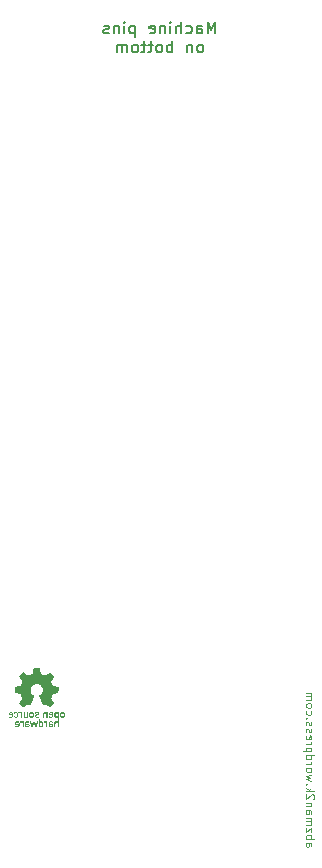
<source format=gbo>
G04 #@! TF.GenerationSoftware,KiCad,Pcbnew,(6.0.0)*
G04 #@! TF.CreationDate,2023-01-29T20:39:39-05:00*
G04 #@! TF.ProjectId,tms7000 64 pin adapter,746d7337-3030-4302-9036-342070696e20,rev?*
G04 #@! TF.SameCoordinates,Original*
G04 #@! TF.FileFunction,Legend,Bot*
G04 #@! TF.FilePolarity,Positive*
%FSLAX46Y46*%
G04 Gerber Fmt 4.6, Leading zero omitted, Abs format (unit mm)*
G04 Created by KiCad (PCBNEW (6.0.0)) date 2023-01-29 20:39:39*
%MOMM*%
%LPD*%
G01*
G04 APERTURE LIST*
%ADD10C,0.100000*%
%ADD11C,0.150000*%
%ADD12R,1.600000X1.600000*%
%ADD13O,1.600000X1.600000*%
G04 APERTURE END LIST*
D10*
X141161333Y-117198000D02*
X141528000Y-117198000D01*
X141594666Y-117231333D01*
X141628000Y-117298000D01*
X141628000Y-117431333D01*
X141594666Y-117498000D01*
X141194666Y-117198000D02*
X141161333Y-117264666D01*
X141161333Y-117431333D01*
X141194666Y-117498000D01*
X141261333Y-117531333D01*
X141328000Y-117531333D01*
X141394666Y-117498000D01*
X141428000Y-117431333D01*
X141428000Y-117264666D01*
X141461333Y-117198000D01*
X141161333Y-116864666D02*
X141861333Y-116864666D01*
X141594666Y-116864666D02*
X141628000Y-116798000D01*
X141628000Y-116664666D01*
X141594666Y-116598000D01*
X141561333Y-116564666D01*
X141494666Y-116531333D01*
X141294666Y-116531333D01*
X141228000Y-116564666D01*
X141194666Y-116598000D01*
X141161333Y-116664666D01*
X141161333Y-116798000D01*
X141194666Y-116864666D01*
X141628000Y-116298000D02*
X141628000Y-115931333D01*
X141161333Y-116298000D01*
X141161333Y-115931333D01*
X141161333Y-115664666D02*
X141628000Y-115664666D01*
X141561333Y-115664666D02*
X141594666Y-115631333D01*
X141628000Y-115564666D01*
X141628000Y-115464666D01*
X141594666Y-115398000D01*
X141528000Y-115364666D01*
X141161333Y-115364666D01*
X141528000Y-115364666D02*
X141594666Y-115331333D01*
X141628000Y-115264666D01*
X141628000Y-115164666D01*
X141594666Y-115098000D01*
X141528000Y-115064666D01*
X141161333Y-115064666D01*
X141161333Y-114431333D02*
X141528000Y-114431333D01*
X141594666Y-114464666D01*
X141628000Y-114531333D01*
X141628000Y-114664666D01*
X141594666Y-114731333D01*
X141194666Y-114431333D02*
X141161333Y-114498000D01*
X141161333Y-114664666D01*
X141194666Y-114731333D01*
X141261333Y-114764666D01*
X141328000Y-114764666D01*
X141394666Y-114731333D01*
X141428000Y-114664666D01*
X141428000Y-114498000D01*
X141461333Y-114431333D01*
X141628000Y-114098000D02*
X141161333Y-114098000D01*
X141561333Y-114098000D02*
X141594666Y-114064666D01*
X141628000Y-113998000D01*
X141628000Y-113898000D01*
X141594666Y-113831333D01*
X141528000Y-113798000D01*
X141161333Y-113798000D01*
X141794666Y-113498000D02*
X141828000Y-113464666D01*
X141861333Y-113398000D01*
X141861333Y-113231333D01*
X141828000Y-113164666D01*
X141794666Y-113131333D01*
X141728000Y-113098000D01*
X141661333Y-113098000D01*
X141561333Y-113131333D01*
X141161333Y-113531333D01*
X141161333Y-113098000D01*
X141161333Y-112798000D02*
X141861333Y-112798000D01*
X141428000Y-112731333D02*
X141161333Y-112531333D01*
X141628000Y-112531333D02*
X141361333Y-112798000D01*
X141228000Y-112231333D02*
X141194666Y-112198000D01*
X141161333Y-112231333D01*
X141194666Y-112264666D01*
X141228000Y-112231333D01*
X141161333Y-112231333D01*
X141628000Y-111964666D02*
X141161333Y-111831333D01*
X141494666Y-111698000D01*
X141161333Y-111564666D01*
X141628000Y-111431333D01*
X141161333Y-111064666D02*
X141194666Y-111131333D01*
X141228000Y-111164666D01*
X141294666Y-111198000D01*
X141494666Y-111198000D01*
X141561333Y-111164666D01*
X141594666Y-111131333D01*
X141628000Y-111064666D01*
X141628000Y-110964666D01*
X141594666Y-110898000D01*
X141561333Y-110864666D01*
X141494666Y-110831333D01*
X141294666Y-110831333D01*
X141228000Y-110864666D01*
X141194666Y-110898000D01*
X141161333Y-110964666D01*
X141161333Y-111064666D01*
X141161333Y-110531333D02*
X141628000Y-110531333D01*
X141494666Y-110531333D02*
X141561333Y-110498000D01*
X141594666Y-110464666D01*
X141628000Y-110398000D01*
X141628000Y-110331333D01*
X141161333Y-109798000D02*
X141861333Y-109798000D01*
X141194666Y-109798000D02*
X141161333Y-109864666D01*
X141161333Y-109998000D01*
X141194666Y-110064666D01*
X141228000Y-110098000D01*
X141294666Y-110131333D01*
X141494666Y-110131333D01*
X141561333Y-110098000D01*
X141594666Y-110064666D01*
X141628000Y-109998000D01*
X141628000Y-109864666D01*
X141594666Y-109798000D01*
X141628000Y-109464666D02*
X140928000Y-109464666D01*
X141594666Y-109464666D02*
X141628000Y-109398000D01*
X141628000Y-109264666D01*
X141594666Y-109198000D01*
X141561333Y-109164666D01*
X141494666Y-109131333D01*
X141294666Y-109131333D01*
X141228000Y-109164666D01*
X141194666Y-109198000D01*
X141161333Y-109264666D01*
X141161333Y-109398000D01*
X141194666Y-109464666D01*
X141161333Y-108831333D02*
X141628000Y-108831333D01*
X141494666Y-108831333D02*
X141561333Y-108798000D01*
X141594666Y-108764666D01*
X141628000Y-108698000D01*
X141628000Y-108631333D01*
X141194666Y-108131333D02*
X141161333Y-108198000D01*
X141161333Y-108331333D01*
X141194666Y-108398000D01*
X141261333Y-108431333D01*
X141528000Y-108431333D01*
X141594666Y-108398000D01*
X141628000Y-108331333D01*
X141628000Y-108198000D01*
X141594666Y-108131333D01*
X141528000Y-108098000D01*
X141461333Y-108098000D01*
X141394666Y-108431333D01*
X141194666Y-107831333D02*
X141161333Y-107764666D01*
X141161333Y-107631333D01*
X141194666Y-107564666D01*
X141261333Y-107531333D01*
X141294666Y-107531333D01*
X141361333Y-107564666D01*
X141394666Y-107631333D01*
X141394666Y-107731333D01*
X141428000Y-107798000D01*
X141494666Y-107831333D01*
X141528000Y-107831333D01*
X141594666Y-107798000D01*
X141628000Y-107731333D01*
X141628000Y-107631333D01*
X141594666Y-107564666D01*
X141194666Y-107264666D02*
X141161333Y-107198000D01*
X141161333Y-107064666D01*
X141194666Y-106998000D01*
X141261333Y-106964666D01*
X141294666Y-106964666D01*
X141361333Y-106998000D01*
X141394666Y-107064666D01*
X141394666Y-107164666D01*
X141428000Y-107231333D01*
X141494666Y-107264666D01*
X141528000Y-107264666D01*
X141594666Y-107231333D01*
X141628000Y-107164666D01*
X141628000Y-107064666D01*
X141594666Y-106998000D01*
X141228000Y-106664666D02*
X141194666Y-106631333D01*
X141161333Y-106664666D01*
X141194666Y-106698000D01*
X141228000Y-106664666D01*
X141161333Y-106664666D01*
X141194666Y-106031333D02*
X141161333Y-106098000D01*
X141161333Y-106231333D01*
X141194666Y-106298000D01*
X141228000Y-106331333D01*
X141294666Y-106364666D01*
X141494666Y-106364666D01*
X141561333Y-106331333D01*
X141594666Y-106298000D01*
X141628000Y-106231333D01*
X141628000Y-106098000D01*
X141594666Y-106031333D01*
X141161333Y-105631333D02*
X141194666Y-105698000D01*
X141228000Y-105731333D01*
X141294666Y-105764666D01*
X141494666Y-105764666D01*
X141561333Y-105731333D01*
X141594666Y-105698000D01*
X141628000Y-105631333D01*
X141628000Y-105531333D01*
X141594666Y-105464666D01*
X141561333Y-105431333D01*
X141494666Y-105398000D01*
X141294666Y-105398000D01*
X141228000Y-105431333D01*
X141194666Y-105464666D01*
X141161333Y-105531333D01*
X141161333Y-105631333D01*
X141161333Y-105098000D02*
X141628000Y-105098000D01*
X141561333Y-105098000D02*
X141594666Y-105064666D01*
X141628000Y-104998000D01*
X141628000Y-104898000D01*
X141594666Y-104831333D01*
X141528000Y-104798000D01*
X141161333Y-104798000D01*
X141528000Y-104798000D02*
X141594666Y-104764666D01*
X141628000Y-104698000D01*
X141628000Y-104598000D01*
X141594666Y-104531333D01*
X141528000Y-104498000D01*
X141161333Y-104498000D01*
D11*
X133492285Y-48669380D02*
X133492285Y-47669380D01*
X133158952Y-48383666D01*
X132825619Y-47669380D01*
X132825619Y-48669380D01*
X131920857Y-48669380D02*
X131920857Y-48145571D01*
X131968476Y-48050333D01*
X132063714Y-48002714D01*
X132254190Y-48002714D01*
X132349428Y-48050333D01*
X131920857Y-48621761D02*
X132016095Y-48669380D01*
X132254190Y-48669380D01*
X132349428Y-48621761D01*
X132397047Y-48526523D01*
X132397047Y-48431285D01*
X132349428Y-48336047D01*
X132254190Y-48288428D01*
X132016095Y-48288428D01*
X131920857Y-48240809D01*
X131016095Y-48621761D02*
X131111333Y-48669380D01*
X131301809Y-48669380D01*
X131397047Y-48621761D01*
X131444666Y-48574142D01*
X131492285Y-48478904D01*
X131492285Y-48193190D01*
X131444666Y-48097952D01*
X131397047Y-48050333D01*
X131301809Y-48002714D01*
X131111333Y-48002714D01*
X131016095Y-48050333D01*
X130587523Y-48669380D02*
X130587523Y-47669380D01*
X130158952Y-48669380D02*
X130158952Y-48145571D01*
X130206571Y-48050333D01*
X130301809Y-48002714D01*
X130444666Y-48002714D01*
X130539904Y-48050333D01*
X130587523Y-48097952D01*
X129682761Y-48669380D02*
X129682761Y-48002714D01*
X129682761Y-47669380D02*
X129730380Y-47717000D01*
X129682761Y-47764619D01*
X129635142Y-47717000D01*
X129682761Y-47669380D01*
X129682761Y-47764619D01*
X129206571Y-48002714D02*
X129206571Y-48669380D01*
X129206571Y-48097952D02*
X129158952Y-48050333D01*
X129063714Y-48002714D01*
X128920857Y-48002714D01*
X128825619Y-48050333D01*
X128778000Y-48145571D01*
X128778000Y-48669380D01*
X127920857Y-48621761D02*
X128016095Y-48669380D01*
X128206571Y-48669380D01*
X128301809Y-48621761D01*
X128349428Y-48526523D01*
X128349428Y-48145571D01*
X128301809Y-48050333D01*
X128206571Y-48002714D01*
X128016095Y-48002714D01*
X127920857Y-48050333D01*
X127873238Y-48145571D01*
X127873238Y-48240809D01*
X128349428Y-48336047D01*
X126682761Y-48002714D02*
X126682761Y-49002714D01*
X126682761Y-48050333D02*
X126587523Y-48002714D01*
X126397047Y-48002714D01*
X126301809Y-48050333D01*
X126254190Y-48097952D01*
X126206571Y-48193190D01*
X126206571Y-48478904D01*
X126254190Y-48574142D01*
X126301809Y-48621761D01*
X126397047Y-48669380D01*
X126587523Y-48669380D01*
X126682761Y-48621761D01*
X125778000Y-48669380D02*
X125778000Y-48002714D01*
X125778000Y-47669380D02*
X125825619Y-47717000D01*
X125778000Y-47764619D01*
X125730380Y-47717000D01*
X125778000Y-47669380D01*
X125778000Y-47764619D01*
X125301809Y-48002714D02*
X125301809Y-48669380D01*
X125301809Y-48097952D02*
X125254190Y-48050333D01*
X125158952Y-48002714D01*
X125016095Y-48002714D01*
X124920857Y-48050333D01*
X124873238Y-48145571D01*
X124873238Y-48669380D01*
X124444666Y-48621761D02*
X124349428Y-48669380D01*
X124158952Y-48669380D01*
X124063714Y-48621761D01*
X124016095Y-48526523D01*
X124016095Y-48478904D01*
X124063714Y-48383666D01*
X124158952Y-48336047D01*
X124301809Y-48336047D01*
X124397047Y-48288428D01*
X124444666Y-48193190D01*
X124444666Y-48145571D01*
X124397047Y-48050333D01*
X124301809Y-48002714D01*
X124158952Y-48002714D01*
X124063714Y-48050333D01*
X132278000Y-50279380D02*
X132373238Y-50231761D01*
X132420857Y-50184142D01*
X132468476Y-50088904D01*
X132468476Y-49803190D01*
X132420857Y-49707952D01*
X132373238Y-49660333D01*
X132278000Y-49612714D01*
X132135142Y-49612714D01*
X132039904Y-49660333D01*
X131992285Y-49707952D01*
X131944666Y-49803190D01*
X131944666Y-50088904D01*
X131992285Y-50184142D01*
X132039904Y-50231761D01*
X132135142Y-50279380D01*
X132278000Y-50279380D01*
X131516095Y-49612714D02*
X131516095Y-50279380D01*
X131516095Y-49707952D02*
X131468476Y-49660333D01*
X131373238Y-49612714D01*
X131230380Y-49612714D01*
X131135142Y-49660333D01*
X131087523Y-49755571D01*
X131087523Y-50279380D01*
X129849428Y-50279380D02*
X129849428Y-49279380D01*
X129849428Y-49660333D02*
X129754190Y-49612714D01*
X129563714Y-49612714D01*
X129468476Y-49660333D01*
X129420857Y-49707952D01*
X129373238Y-49803190D01*
X129373238Y-50088904D01*
X129420857Y-50184142D01*
X129468476Y-50231761D01*
X129563714Y-50279380D01*
X129754190Y-50279380D01*
X129849428Y-50231761D01*
X128801809Y-50279380D02*
X128897047Y-50231761D01*
X128944666Y-50184142D01*
X128992285Y-50088904D01*
X128992285Y-49803190D01*
X128944666Y-49707952D01*
X128897047Y-49660333D01*
X128801809Y-49612714D01*
X128658952Y-49612714D01*
X128563714Y-49660333D01*
X128516095Y-49707952D01*
X128468476Y-49803190D01*
X128468476Y-50088904D01*
X128516095Y-50184142D01*
X128563714Y-50231761D01*
X128658952Y-50279380D01*
X128801809Y-50279380D01*
X128182761Y-49612714D02*
X127801809Y-49612714D01*
X128039904Y-49279380D02*
X128039904Y-50136523D01*
X127992285Y-50231761D01*
X127897047Y-50279380D01*
X127801809Y-50279380D01*
X127611333Y-49612714D02*
X127230380Y-49612714D01*
X127468476Y-49279380D02*
X127468476Y-50136523D01*
X127420857Y-50231761D01*
X127325619Y-50279380D01*
X127230380Y-50279380D01*
X126754190Y-50279380D02*
X126849428Y-50231761D01*
X126897047Y-50184142D01*
X126944666Y-50088904D01*
X126944666Y-49803190D01*
X126897047Y-49707952D01*
X126849428Y-49660333D01*
X126754190Y-49612714D01*
X126611333Y-49612714D01*
X126516095Y-49660333D01*
X126468476Y-49707952D01*
X126420857Y-49803190D01*
X126420857Y-50088904D01*
X126468476Y-50184142D01*
X126516095Y-50231761D01*
X126611333Y-50279380D01*
X126754190Y-50279380D01*
X125992285Y-50279380D02*
X125992285Y-49612714D01*
X125992285Y-49707952D02*
X125944666Y-49660333D01*
X125849428Y-49612714D01*
X125706571Y-49612714D01*
X125611333Y-49660333D01*
X125563714Y-49755571D01*
X125563714Y-50279380D01*
X125563714Y-49755571D02*
X125516095Y-49660333D01*
X125420857Y-49612714D01*
X125278000Y-49612714D01*
X125182761Y-49660333D01*
X125135142Y-49755571D01*
X125135142Y-50279380D01*
G36*
X120737389Y-106422644D02*
G01*
X120730887Y-106466692D01*
X120719432Y-106503065D01*
X120702383Y-106533840D01*
X120679101Y-106561091D01*
X120663543Y-106575032D01*
X120622530Y-106600863D01*
X120577542Y-106615036D01*
X120542314Y-106617788D01*
X120501745Y-106615121D01*
X120464517Y-106607277D01*
X120438930Y-106596783D01*
X120401903Y-106571732D01*
X120370822Y-106538289D01*
X120348305Y-106498896D01*
X120343959Y-106485802D01*
X120337969Y-106454798D01*
X120334166Y-106416595D01*
X120332555Y-106374443D01*
X120332688Y-106364622D01*
X120433396Y-106364622D01*
X120434009Y-106393827D01*
X120437610Y-106433015D01*
X120444818Y-106462494D01*
X120456071Y-106483791D01*
X120471807Y-106498431D01*
X120471842Y-106498454D01*
X120501699Y-106511496D01*
X120534910Y-106515697D01*
X120567383Y-106511083D01*
X120595031Y-106497678D01*
X120604491Y-106490094D01*
X120617977Y-106475574D01*
X120627170Y-106458180D01*
X120632813Y-106435524D01*
X120635653Y-106405214D01*
X120636434Y-106364860D01*
X120636432Y-106361198D01*
X120636118Y-106328228D01*
X120635024Y-106304807D01*
X120632802Y-106288236D01*
X120629107Y-106275818D01*
X120623593Y-106264856D01*
X120608118Y-106244609D01*
X120582291Y-106225528D01*
X120552772Y-106215446D01*
X120522039Y-106214361D01*
X120492569Y-106222271D01*
X120466838Y-106239171D01*
X120447325Y-106265059D01*
X120441672Y-106277271D01*
X120437343Y-106291273D01*
X120434811Y-106308421D01*
X120433641Y-106331832D01*
X120433396Y-106364622D01*
X120332688Y-106364622D01*
X120333137Y-106331595D01*
X120335916Y-106291300D01*
X120340894Y-106256811D01*
X120348074Y-106231377D01*
X120357503Y-106211878D01*
X120384757Y-106174228D01*
X120419129Y-106144967D01*
X120458824Y-106124456D01*
X120502045Y-106113056D01*
X120546997Y-106111129D01*
X120591884Y-106119034D01*
X120634911Y-106137134D01*
X120674281Y-106165789D01*
X120683752Y-106174975D01*
X120705751Y-106201849D01*
X120721622Y-106232103D01*
X120732076Y-106267908D01*
X120737826Y-106311437D01*
X120739584Y-106364860D01*
X120739576Y-106368846D01*
X120737389Y-106422644D01*
G37*
G36*
X116627871Y-106114238D02*
G01*
X116665992Y-106123047D01*
X116712834Y-106143097D01*
X116751027Y-106172091D01*
X116780702Y-106210168D01*
X116801990Y-106257468D01*
X116815022Y-106314132D01*
X116818813Y-106368952D01*
X116814257Y-106423558D01*
X116801680Y-106474106D01*
X116781645Y-106518354D01*
X116754717Y-106554062D01*
X116748313Y-106560200D01*
X116715202Y-106584577D01*
X116676916Y-106603771D01*
X116639003Y-106614867D01*
X116615022Y-106618394D01*
X116587330Y-106619908D01*
X116562099Y-106617074D01*
X116533799Y-106609619D01*
X116521987Y-106605538D01*
X116486908Y-106589273D01*
X116454545Y-106568747D01*
X116429743Y-106546882D01*
X116422316Y-106537808D01*
X116421768Y-106530513D01*
X116429743Y-106520459D01*
X116433378Y-106516658D01*
X116447995Y-106503044D01*
X116464962Y-106488782D01*
X116488272Y-106470296D01*
X116510727Y-106487423D01*
X116515668Y-106491027D01*
X116549678Y-106508417D01*
X116585569Y-106515831D01*
X116621033Y-106513672D01*
X116653765Y-106502349D01*
X116681459Y-106482264D01*
X116701808Y-106453825D01*
X116702576Y-106452244D01*
X116709531Y-106435391D01*
X116713699Y-106417822D01*
X116715716Y-106395618D01*
X116716216Y-106364860D01*
X116716177Y-106355915D01*
X116715349Y-106328334D01*
X116712925Y-106308228D01*
X116708215Y-106291631D01*
X116700532Y-106274574D01*
X116683896Y-106249155D01*
X116659032Y-106228800D01*
X116627211Y-106217986D01*
X116587239Y-106216096D01*
X116575983Y-106216829D01*
X116553422Y-106220086D01*
X116535471Y-106226754D01*
X116516473Y-106238636D01*
X116487664Y-106258942D01*
X116464658Y-106240697D01*
X116458917Y-106236039D01*
X116442153Y-106221426D01*
X116429684Y-106209195D01*
X116427840Y-106207144D01*
X116421560Y-106198479D01*
X116422929Y-106191261D01*
X116432449Y-106180254D01*
X116435187Y-106177425D01*
X116465986Y-106152751D01*
X116504070Y-106131886D01*
X116544764Y-106117443D01*
X116554832Y-106114973D01*
X116578491Y-106110847D01*
X116600570Y-106110690D01*
X116627871Y-106114238D01*
G37*
G36*
X117061677Y-106897800D02*
G01*
X117103860Y-106908756D01*
X117141837Y-106930210D01*
X117163705Y-106946889D01*
X117163705Y-106902492D01*
X117263729Y-106902492D01*
X117263729Y-107396364D01*
X117163705Y-107396364D01*
X117163695Y-107232261D01*
X117163662Y-107199446D01*
X117163441Y-107155757D01*
X117162930Y-107122000D01*
X117162036Y-107096591D01*
X117160665Y-107077944D01*
X117158723Y-107064474D01*
X117156118Y-107054595D01*
X117152755Y-107046722D01*
X117142847Y-107031290D01*
X117119113Y-107010292D01*
X117090121Y-106998753D01*
X117058599Y-106997525D01*
X117027272Y-107007462D01*
X117002794Y-107020221D01*
X116966699Y-106976346D01*
X116965920Y-106975397D01*
X116948951Y-106953992D01*
X116939510Y-106939879D01*
X116936623Y-106931283D01*
X116939315Y-106926426D01*
X116975343Y-106907579D01*
X117017950Y-106897391D01*
X117061677Y-106897800D01*
G37*
G36*
X119773277Y-107297740D02*
G01*
X119764922Y-107317757D01*
X119741580Y-107349802D01*
X119708911Y-107375586D01*
X119668545Y-107393616D01*
X119643158Y-107399020D01*
X119608418Y-107401812D01*
X119573401Y-107400875D01*
X119544172Y-107396088D01*
X119542691Y-107395657D01*
X119521317Y-107386380D01*
X119501974Y-107373687D01*
X119483025Y-107357743D01*
X119483025Y-107396364D01*
X119375651Y-107396364D01*
X119377978Y-107224272D01*
X119483025Y-107224272D01*
X119483604Y-107238452D01*
X119488725Y-107266494D01*
X119498335Y-107287439D01*
X119511451Y-107298712D01*
X119514155Y-107299600D01*
X119532169Y-107302827D01*
X119557171Y-107304946D01*
X119584707Y-107305796D01*
X119610328Y-107305214D01*
X119629582Y-107303036D01*
X119637641Y-107300911D01*
X119660465Y-107288711D01*
X119675844Y-107270733D01*
X119682743Y-107249599D01*
X119680127Y-107227929D01*
X119666961Y-107208344D01*
X119660341Y-107202676D01*
X119652387Y-107198213D01*
X119641449Y-107195238D01*
X119625148Y-107193340D01*
X119601103Y-107192111D01*
X119566937Y-107191141D01*
X119483025Y-107189094D01*
X119483025Y-107224272D01*
X119377978Y-107224272D01*
X119378208Y-107207255D01*
X119378247Y-107204355D01*
X119379275Y-107143620D01*
X119380548Y-107094473D01*
X119382113Y-107056040D01*
X119384012Y-107027444D01*
X119386292Y-107007811D01*
X119388998Y-106996265D01*
X119402443Y-106968681D01*
X119427282Y-106939763D01*
X119461901Y-106917477D01*
X119471053Y-106913171D01*
X119488787Y-106906373D01*
X119507670Y-106901986D01*
X119531486Y-106899268D01*
X119564020Y-106897479D01*
X119590432Y-106896870D01*
X119634015Y-106899008D01*
X119669425Y-106906034D01*
X119699091Y-106918543D01*
X119725440Y-106937132D01*
X119736170Y-106946729D01*
X119747461Y-106958123D01*
X119751841Y-106964491D01*
X119751693Y-106965031D01*
X119745611Y-106971955D01*
X119732396Y-106983767D01*
X119714504Y-106998248D01*
X119677166Y-107027244D01*
X119661277Y-107012518D01*
X119652270Y-107005351D01*
X119633153Y-106996342D01*
X119607587Y-106991474D01*
X119572690Y-106990014D01*
X119557294Y-106990657D01*
X119527148Y-106996125D01*
X119503732Y-107006349D01*
X119489780Y-107020331D01*
X119487340Y-107027205D01*
X119484238Y-107045354D01*
X119483025Y-107067065D01*
X119483025Y-107101179D01*
X119575235Y-107103805D01*
X119618004Y-107105565D01*
X119652830Y-107108623D01*
X119679680Y-107113508D01*
X119700863Y-107120814D01*
X119718688Y-107131137D01*
X119735462Y-107145071D01*
X119746949Y-107157966D01*
X119764503Y-107189197D01*
X119775417Y-107225625D01*
X119777499Y-107249599D01*
X119778678Y-107263167D01*
X119773277Y-107297740D01*
G37*
G36*
X120146434Y-107396364D02*
G01*
X120144498Y-107229135D01*
X120144145Y-107199512D01*
X120143519Y-107155597D01*
X120142783Y-107121697D01*
X120141805Y-107096222D01*
X120140451Y-107077577D01*
X120138587Y-107064172D01*
X120136080Y-107054412D01*
X120132797Y-107046706D01*
X120128603Y-107039461D01*
X120127992Y-107038494D01*
X120107149Y-107016799D01*
X120079512Y-107002771D01*
X120048521Y-106997062D01*
X120017620Y-107000325D01*
X119990249Y-107013214D01*
X119979982Y-107021294D01*
X119971244Y-107030344D01*
X119964528Y-107041322D01*
X119959571Y-107055738D01*
X119956107Y-107075103D01*
X119953873Y-107100927D01*
X119952603Y-107134721D01*
X119952034Y-107177995D01*
X119951900Y-107232261D01*
X119951891Y-107396364D01*
X119851354Y-107396364D01*
X119853173Y-107204129D01*
X119853271Y-107193827D01*
X119853871Y-107138085D01*
X119854686Y-107093100D01*
X119855998Y-107057373D01*
X119858088Y-107029404D01*
X119861240Y-107007694D01*
X119865735Y-106990744D01*
X119871855Y-106977054D01*
X119879884Y-106965126D01*
X119890103Y-106953460D01*
X119902794Y-106940557D01*
X119917956Y-106927508D01*
X119953671Y-106907927D01*
X119993792Y-106897566D01*
X120035391Y-106896657D01*
X120075538Y-106905430D01*
X120111305Y-106924116D01*
X120113334Y-106925586D01*
X120127775Y-106935746D01*
X120137874Y-106942376D01*
X120138701Y-106942602D01*
X120140820Y-106939698D01*
X120142492Y-106930631D01*
X120143761Y-106914346D01*
X120144671Y-106889785D01*
X120145266Y-106855893D01*
X120145590Y-106811612D01*
X120145688Y-106755886D01*
X120145688Y-106564781D01*
X120112868Y-106586443D01*
X120097662Y-106595433D01*
X120072440Y-106607327D01*
X120050229Y-106614693D01*
X120019194Y-106618451D01*
X119977136Y-106613887D01*
X119938242Y-106598972D01*
X119904504Y-106574870D01*
X119877914Y-106542746D01*
X119860464Y-106503763D01*
X119859652Y-106500742D01*
X119855495Y-106476146D01*
X119852559Y-106442661D01*
X119850844Y-106403333D01*
X119850429Y-106367986D01*
X119955016Y-106367986D01*
X119955498Y-106406380D01*
X119957482Y-106438556D01*
X119961532Y-106462193D01*
X119968210Y-106479347D01*
X119978076Y-106492073D01*
X119991691Y-106502429D01*
X120008756Y-106510480D01*
X120038223Y-106516127D01*
X120068651Y-106514293D01*
X120096119Y-106505372D01*
X120116704Y-106489764D01*
X120122699Y-106481379D01*
X120134967Y-106453046D01*
X120142757Y-106417414D01*
X120146088Y-106377623D01*
X120144979Y-106336815D01*
X120139449Y-106298130D01*
X120129516Y-106264709D01*
X120115200Y-106239694D01*
X120106345Y-106229959D01*
X120095478Y-106222372D01*
X120080875Y-106218336D01*
X120058153Y-106216032D01*
X120035858Y-106215596D01*
X120005395Y-106221064D01*
X119982702Y-106234914D01*
X119966286Y-106257828D01*
X119961575Y-106269489D01*
X119958331Y-106283916D01*
X119956323Y-106303514D01*
X119955301Y-106330724D01*
X119955016Y-106367986D01*
X119850429Y-106367986D01*
X119850349Y-106361209D01*
X119851072Y-106319334D01*
X119853014Y-106280754D01*
X119856173Y-106248517D01*
X119860548Y-106225668D01*
X119867244Y-106206939D01*
X119888648Y-106171125D01*
X119917730Y-106143222D01*
X119952672Y-106123821D01*
X119991654Y-106113514D01*
X120032855Y-106112892D01*
X120074457Y-106122547D01*
X120114638Y-106143070D01*
X120145688Y-106163965D01*
X120145688Y-106114798D01*
X120245713Y-106114798D01*
X120245713Y-107396364D01*
X120146434Y-107396364D01*
G37*
G36*
X116389054Y-106357519D02*
G01*
X116388451Y-106395025D01*
X116385988Y-106429379D01*
X116381700Y-106455969D01*
X116369097Y-106494741D01*
X116344702Y-106538724D01*
X116311952Y-106573624D01*
X116271212Y-106599074D01*
X116222848Y-106614708D01*
X116219870Y-106615295D01*
X116165895Y-106619426D01*
X116112548Y-106611787D01*
X116062082Y-106592941D01*
X116016750Y-106563447D01*
X116010269Y-106557882D01*
X115999090Y-106546868D01*
X115994667Y-106540207D01*
X115994698Y-106539966D01*
X115999789Y-106533179D01*
X116011907Y-106521098D01*
X116028612Y-106506170D01*
X116062557Y-106477169D01*
X116085184Y-106492524D01*
X116088735Y-106494850D01*
X116109897Y-106506624D01*
X116130045Y-106515217D01*
X116139905Y-106517786D01*
X116167319Y-106520513D01*
X116196851Y-106518956D01*
X116223746Y-106513555D01*
X116243250Y-106504748D01*
X116258816Y-106488790D01*
X116273510Y-106465823D01*
X116284297Y-106441144D01*
X116288489Y-106419799D01*
X116288489Y-106402369D01*
X115980814Y-106402369D01*
X115983378Y-106332039D01*
X115984152Y-106321099D01*
X116080797Y-106321099D01*
X116288489Y-106321099D01*
X116288489Y-106303328D01*
X116285450Y-106284786D01*
X116274235Y-106259124D01*
X116257563Y-106235933D01*
X116238419Y-106220170D01*
X116237520Y-106219698D01*
X116213303Y-106211620D01*
X116184798Y-106208571D01*
X116177949Y-106208768D01*
X116144333Y-106216359D01*
X116116972Y-106234311D01*
X116096886Y-106261713D01*
X116085091Y-106297656D01*
X116080797Y-106321099D01*
X115984152Y-106321099D01*
X115986583Y-106286718D01*
X115993361Y-106249731D01*
X116004730Y-106219451D01*
X116021751Y-106193071D01*
X116045484Y-106167789D01*
X116083084Y-106139394D01*
X116127904Y-106119477D01*
X116175608Y-106111200D01*
X116224733Y-106114995D01*
X116267329Y-106128291D01*
X116307831Y-106152633D01*
X116340761Y-106186780D01*
X116365894Y-106230495D01*
X116383006Y-106283537D01*
X116384540Y-106291494D01*
X116387722Y-106321099D01*
X116387762Y-106321472D01*
X116389054Y-106357519D01*
G37*
G36*
X118393369Y-102401388D02*
G01*
X118449570Y-102401442D01*
X118495038Y-102401603D01*
X118530952Y-102401928D01*
X118558490Y-102402476D01*
X118578834Y-102403302D01*
X118593163Y-102404464D01*
X118602655Y-102406019D01*
X118608491Y-102408024D01*
X118611851Y-102410535D01*
X118613913Y-102413610D01*
X118614182Y-102414217D01*
X118617094Y-102424783D01*
X118621909Y-102446002D01*
X118628341Y-102476450D01*
X118636099Y-102514706D01*
X118644894Y-102559349D01*
X118654438Y-102608957D01*
X118664441Y-102662108D01*
X118666182Y-102671436D01*
X118676164Y-102723856D01*
X118685712Y-102772320D01*
X118694530Y-102815436D01*
X118702320Y-102851812D01*
X118708787Y-102880058D01*
X118713633Y-102898782D01*
X118716563Y-102906591D01*
X118718658Y-102908118D01*
X118731227Y-102914716D01*
X118752847Y-102924748D01*
X118781660Y-102937451D01*
X118815810Y-102952066D01*
X118853439Y-102967832D01*
X118892689Y-102983987D01*
X118931702Y-102999772D01*
X118968621Y-103014425D01*
X119001588Y-103027186D01*
X119028746Y-103037293D01*
X119048236Y-103043986D01*
X119058203Y-103046505D01*
X119061560Y-103045922D01*
X119074228Y-103040311D01*
X119094948Y-103028554D01*
X119124122Y-103010396D01*
X119162152Y-102985582D01*
X119209442Y-102953858D01*
X119266394Y-102914970D01*
X119283748Y-102903042D01*
X119333170Y-102869091D01*
X119373576Y-102841409D01*
X119405953Y-102819381D01*
X119431288Y-102802393D01*
X119450566Y-102789831D01*
X119464776Y-102781079D01*
X119474904Y-102775523D01*
X119481935Y-102772549D01*
X119486857Y-102771541D01*
X119490656Y-102771885D01*
X119494318Y-102772967D01*
X119499804Y-102776512D01*
X119513480Y-102788125D01*
X119533484Y-102806557D01*
X119558641Y-102830611D01*
X119587776Y-102859093D01*
X119619713Y-102890804D01*
X119653278Y-102924550D01*
X119687294Y-102959134D01*
X119720588Y-102993359D01*
X119751984Y-103026030D01*
X119780307Y-103055950D01*
X119804381Y-103081924D01*
X119823032Y-103102754D01*
X119835084Y-103117244D01*
X119839363Y-103124199D01*
X119839303Y-103124667D01*
X119834995Y-103133787D01*
X119824427Y-103151805D01*
X119808378Y-103177510D01*
X119787628Y-103209693D01*
X119762955Y-103247143D01*
X119735137Y-103288652D01*
X119704955Y-103333009D01*
X119702078Y-103337208D01*
X119662190Y-103395896D01*
X119629392Y-103445116D01*
X119603756Y-103484756D01*
X119585355Y-103514699D01*
X119574261Y-103534831D01*
X119570547Y-103545039D01*
X119571603Y-103551070D01*
X119577022Y-103568357D01*
X119586352Y-103593753D01*
X119598817Y-103625465D01*
X119613640Y-103661699D01*
X119630045Y-103700663D01*
X119647256Y-103740564D01*
X119664496Y-103779609D01*
X119680988Y-103816004D01*
X119695956Y-103847958D01*
X119708623Y-103873676D01*
X119718213Y-103891366D01*
X119723949Y-103899235D01*
X119731881Y-103902017D01*
X119750930Y-103906846D01*
X119779433Y-103913271D01*
X119815910Y-103920982D01*
X119858880Y-103929665D01*
X119906864Y-103939008D01*
X119958382Y-103948699D01*
X120006241Y-103957626D01*
X120054653Y-103966820D01*
X120098213Y-103975264D01*
X120135432Y-103982660D01*
X120164819Y-103988713D01*
X120184884Y-103993125D01*
X120194138Y-103995600D01*
X120208204Y-104001510D01*
X120208204Y-104251037D01*
X120208203Y-104259380D01*
X120208163Y-104320530D01*
X120208021Y-104370474D01*
X120207728Y-104410368D01*
X120207234Y-104441366D01*
X120206489Y-104464623D01*
X120205444Y-104481295D01*
X120204048Y-104492537D01*
X120202253Y-104499504D01*
X120200008Y-104503351D01*
X120197264Y-104505233D01*
X120188961Y-104507385D01*
X120169765Y-104511547D01*
X120141157Y-104517416D01*
X120104589Y-104524702D01*
X120061512Y-104533116D01*
X120013377Y-104542369D01*
X119961634Y-104552173D01*
X119932245Y-104557726D01*
X119874864Y-104568767D01*
X119828477Y-104578034D01*
X119792161Y-104585736D01*
X119764993Y-104592085D01*
X119746050Y-104597289D01*
X119734409Y-104601560D01*
X119729147Y-104605108D01*
X119728256Y-104606600D01*
X119722683Y-104618358D01*
X119713362Y-104639708D01*
X119700938Y-104669110D01*
X119686058Y-104705027D01*
X119669365Y-104745920D01*
X119651505Y-104790250D01*
X119635714Y-104830008D01*
X119616031Y-104880836D01*
X119601214Y-104920990D01*
X119591111Y-104950911D01*
X119585565Y-104971039D01*
X119584424Y-104981813D01*
X119587652Y-104989173D01*
X119597347Y-105006078D01*
X119612649Y-105030802D01*
X119632726Y-105062050D01*
X119656744Y-105098529D01*
X119683871Y-105138944D01*
X119713274Y-105182001D01*
X119739617Y-105220495D01*
X119766734Y-105260662D01*
X119790729Y-105296781D01*
X119810796Y-105327609D01*
X119826129Y-105351907D01*
X119835920Y-105368434D01*
X119839363Y-105375948D01*
X119839066Y-105376879D01*
X119832614Y-105385668D01*
X119818451Y-105401950D01*
X119797532Y-105424715D01*
X119770814Y-105452948D01*
X119739250Y-105485639D01*
X119703795Y-105521775D01*
X119665405Y-105560343D01*
X119637224Y-105588412D01*
X119596831Y-105628395D01*
X119563910Y-105660566D01*
X119537679Y-105685638D01*
X119517353Y-105704324D01*
X119502148Y-105717336D01*
X119491280Y-105725387D01*
X119483966Y-105729190D01*
X119479422Y-105729458D01*
X119473536Y-105726169D01*
X119458082Y-105716400D01*
X119434667Y-105701073D01*
X119404557Y-105681033D01*
X119369020Y-105657125D01*
X119329323Y-105630193D01*
X119286733Y-105601082D01*
X119250698Y-105576526D01*
X119210497Y-105549542D01*
X119174239Y-105525644D01*
X119143187Y-105505642D01*
X119118604Y-105490350D01*
X119101754Y-105480579D01*
X119093900Y-105477141D01*
X119090969Y-105477687D01*
X119077341Y-105482812D01*
X119056033Y-105492468D01*
X119029324Y-105505594D01*
X118999496Y-105521128D01*
X118986227Y-105528123D01*
X118957606Y-105542502D01*
X118933150Y-105553838D01*
X118915112Y-105561117D01*
X118905744Y-105563325D01*
X118903848Y-105562138D01*
X118899288Y-105555986D01*
X118892617Y-105544039D01*
X118883550Y-105525651D01*
X118871803Y-105500179D01*
X118857093Y-105466977D01*
X118839134Y-105425400D01*
X118817643Y-105374804D01*
X118792336Y-105314543D01*
X118762929Y-105243973D01*
X118729138Y-105162449D01*
X118711557Y-105119880D01*
X118684740Y-105054673D01*
X118659624Y-104993273D01*
X118636597Y-104936647D01*
X118616047Y-104885760D01*
X118598363Y-104841580D01*
X118583933Y-104805075D01*
X118573145Y-104777210D01*
X118566388Y-104758954D01*
X118564049Y-104751273D01*
X118564602Y-104748090D01*
X118573234Y-104735750D01*
X118590618Y-104722067D01*
X118594212Y-104719721D01*
X118613778Y-104706425D01*
X118637886Y-104689478D01*
X118662140Y-104671960D01*
X118699171Y-104642131D01*
X118754147Y-104585696D01*
X118799472Y-104522520D01*
X118834672Y-104453825D01*
X118859274Y-104380831D01*
X118872806Y-104304763D01*
X118874795Y-104226841D01*
X118864767Y-104148288D01*
X118860093Y-104127870D01*
X118835475Y-104054745D01*
X118800150Y-103986523D01*
X118755131Y-103924286D01*
X118701433Y-103869119D01*
X118640070Y-103822104D01*
X118572057Y-103784327D01*
X118498408Y-103756870D01*
X118478525Y-103751961D01*
X118429764Y-103744619D01*
X118375556Y-103741439D01*
X118320210Y-103742421D01*
X118268035Y-103747565D01*
X118223340Y-103756870D01*
X118177361Y-103772173D01*
X118114513Y-103801533D01*
X118056811Y-103839993D01*
X118001411Y-103889248D01*
X117993356Y-103897386D01*
X117956607Y-103937485D01*
X117927888Y-103975186D01*
X117904897Y-104013811D01*
X117885331Y-104056684D01*
X117863609Y-104122314D01*
X117849542Y-104199516D01*
X117847158Y-104276636D01*
X117856126Y-104352501D01*
X117876114Y-104425939D01*
X117906787Y-104495777D01*
X117947816Y-104560842D01*
X117998867Y-104619961D01*
X118059608Y-104671960D01*
X118065316Y-104676131D01*
X118089940Y-104693793D01*
X118113344Y-104710132D01*
X118131130Y-104722067D01*
X118137343Y-104726321D01*
X118152241Y-104739847D01*
X118157699Y-104751273D01*
X118156763Y-104754824D01*
X118151597Y-104769276D01*
X118142257Y-104793694D01*
X118129131Y-104827111D01*
X118112607Y-104868561D01*
X118093073Y-104917076D01*
X118070919Y-104971689D01*
X118046531Y-105031434D01*
X118020299Y-105095343D01*
X117992610Y-105162449D01*
X117971065Y-105214472D01*
X117940033Y-105289107D01*
X117913210Y-105353190D01*
X117890309Y-105407365D01*
X117871049Y-105452276D01*
X117855143Y-105488569D01*
X117842309Y-105516888D01*
X117832262Y-105537879D01*
X117824719Y-105552185D01*
X117819394Y-105560452D01*
X117816004Y-105563325D01*
X117813113Y-105563047D01*
X117799671Y-105558494D01*
X117778546Y-105549313D01*
X117751989Y-105536520D01*
X117722253Y-105521128D01*
X117709186Y-105514219D01*
X117680421Y-105499591D01*
X117655755Y-105487827D01*
X117637471Y-105479990D01*
X117627848Y-105477141D01*
X117621851Y-105479601D01*
X117606327Y-105488434D01*
X117582872Y-105502915D01*
X117552750Y-105522232D01*
X117517224Y-105545574D01*
X117477558Y-105572128D01*
X117435015Y-105601082D01*
X117399292Y-105625514D01*
X117359030Y-105652865D01*
X117322719Y-105677330D01*
X117291625Y-105698066D01*
X117267017Y-105714229D01*
X117250162Y-105724975D01*
X117242327Y-105729458D01*
X117239885Y-105729681D01*
X117233771Y-105727376D01*
X117224417Y-105721106D01*
X117211038Y-105710161D01*
X117192851Y-105693827D01*
X117169072Y-105671390D01*
X117138917Y-105642140D01*
X117101602Y-105605362D01*
X117056344Y-105560343D01*
X117046160Y-105550165D01*
X117008439Y-105512130D01*
X116973902Y-105476790D01*
X116943502Y-105445158D01*
X116918196Y-105418246D01*
X116898938Y-105397065D01*
X116886683Y-105382628D01*
X116882385Y-105375948D01*
X116885172Y-105369635D01*
X116894352Y-105353972D01*
X116909156Y-105330411D01*
X116928777Y-105300192D01*
X116952408Y-105264557D01*
X116979243Y-105224746D01*
X117008474Y-105182001D01*
X117034296Y-105144226D01*
X117061755Y-105103409D01*
X117086209Y-105066366D01*
X117106825Y-105034391D01*
X117122772Y-105008777D01*
X117133216Y-104990820D01*
X117137325Y-104981813D01*
X117137053Y-104975701D01*
X117133012Y-104958780D01*
X117124465Y-104932215D01*
X117111257Y-104895565D01*
X117093234Y-104848390D01*
X117070243Y-104790250D01*
X117064400Y-104775684D01*
X117046846Y-104732294D01*
X117030667Y-104692836D01*
X117016507Y-104658850D01*
X117005013Y-104631875D01*
X116996829Y-104613448D01*
X116992601Y-104605108D01*
X116990983Y-104603601D01*
X116982989Y-104599757D01*
X116968204Y-104595095D01*
X116945706Y-104589406D01*
X116914571Y-104582480D01*
X116873876Y-104574106D01*
X116822698Y-104564073D01*
X116760114Y-104552173D01*
X116709036Y-104542496D01*
X116660844Y-104533233D01*
X116617690Y-104524806D01*
X116581027Y-104517504D01*
X116552304Y-104511615D01*
X116532973Y-104507428D01*
X116524485Y-104505233D01*
X116524119Y-104505069D01*
X116521439Y-104503007D01*
X116519252Y-104498839D01*
X116517508Y-104491409D01*
X116516158Y-104479563D01*
X116515152Y-104462144D01*
X116514441Y-104437997D01*
X116513974Y-104405969D01*
X116513702Y-104364903D01*
X116513576Y-104313644D01*
X116513545Y-104251037D01*
X116513545Y-104001510D01*
X116527611Y-103995600D01*
X116535791Y-103993378D01*
X116555108Y-103989099D01*
X116583856Y-103983158D01*
X116620547Y-103975851D01*
X116663689Y-103967474D01*
X116711792Y-103958325D01*
X116763367Y-103948699D01*
X116811324Y-103939689D01*
X116859608Y-103930311D01*
X116902983Y-103921570D01*
X116939969Y-103913780D01*
X116969088Y-103907253D01*
X116988858Y-103902301D01*
X116997800Y-103899235D01*
X117001040Y-103895343D01*
X117009364Y-103880900D01*
X117021038Y-103857799D01*
X117035286Y-103827833D01*
X117051331Y-103792794D01*
X117068396Y-103754476D01*
X117085706Y-103714672D01*
X117102483Y-103675174D01*
X117117951Y-103637776D01*
X117131333Y-103604271D01*
X117141853Y-103576451D01*
X117148735Y-103556109D01*
X117151202Y-103545039D01*
X117151185Y-103544674D01*
X117146982Y-103533809D01*
X117135405Y-103513026D01*
X117116524Y-103482440D01*
X117090414Y-103442165D01*
X117057146Y-103392317D01*
X117016793Y-103333009D01*
X117012773Y-103327138D01*
X116982853Y-103283082D01*
X116955400Y-103242031D01*
X116931191Y-103205195D01*
X116911007Y-103173784D01*
X116895625Y-103149008D01*
X116885825Y-103132076D01*
X116882385Y-103124199D01*
X116884960Y-103119539D01*
X116895341Y-103106664D01*
X116912589Y-103087176D01*
X116935528Y-103062271D01*
X116962985Y-103033147D01*
X116993782Y-103000999D01*
X117026746Y-102967023D01*
X117060702Y-102932415D01*
X117094473Y-102898373D01*
X117126885Y-102866092D01*
X117156763Y-102836767D01*
X117182932Y-102811596D01*
X117204216Y-102791775D01*
X117219440Y-102778500D01*
X117227430Y-102772967D01*
X117228880Y-102772499D01*
X117232361Y-102771597D01*
X117236291Y-102771616D01*
X117241658Y-102773169D01*
X117249448Y-102776870D01*
X117260647Y-102783336D01*
X117276241Y-102793181D01*
X117297218Y-102807019D01*
X117324563Y-102825465D01*
X117359262Y-102849134D01*
X117402303Y-102878641D01*
X117454671Y-102914601D01*
X117484897Y-102935294D01*
X117536936Y-102970517D01*
X117579523Y-102998719D01*
X117613069Y-103020158D01*
X117637982Y-103035093D01*
X117654673Y-103043783D01*
X117663551Y-103046485D01*
X117666454Y-103045981D01*
X117680626Y-103041611D01*
X117703537Y-103033387D01*
X117733331Y-103022071D01*
X117768154Y-103008422D01*
X117806152Y-102993200D01*
X117845470Y-102977166D01*
X117884254Y-102961079D01*
X117920648Y-102945700D01*
X117952798Y-102931788D01*
X117978851Y-102920103D01*
X117996950Y-102911406D01*
X118005241Y-102906457D01*
X118005593Y-102905946D01*
X118008835Y-102896161D01*
X118013950Y-102875705D01*
X118020645Y-102845968D01*
X118028621Y-102808339D01*
X118037584Y-102764209D01*
X118047237Y-102714967D01*
X118057285Y-102662004D01*
X118058932Y-102653196D01*
X118068905Y-102600520D01*
X118078367Y-102551621D01*
X118087029Y-102507921D01*
X118094602Y-102470839D01*
X118100796Y-102441795D01*
X118105322Y-102422210D01*
X118107892Y-102413505D01*
X118108765Y-102412010D01*
X118111314Y-102409228D01*
X118115754Y-102406980D01*
X118123266Y-102405207D01*
X118135028Y-102403854D01*
X118152219Y-102402864D01*
X118176018Y-102402181D01*
X118207604Y-102401748D01*
X118248156Y-102401508D01*
X118298853Y-102401406D01*
X118360874Y-102401385D01*
X118393369Y-102401388D01*
G37*
G36*
X117763104Y-107309519D02*
G01*
X117742170Y-107343522D01*
X117711454Y-107371309D01*
X117671723Y-107391415D01*
X117671225Y-107391592D01*
X117640950Y-107398670D01*
X117604665Y-107401914D01*
X117568211Y-107401122D01*
X117537428Y-107396088D01*
X117535948Y-107395657D01*
X117514574Y-107386380D01*
X117495230Y-107373687D01*
X117476282Y-107357743D01*
X117476282Y-107396364D01*
X117376257Y-107396364D01*
X117376290Y-107220914D01*
X117476282Y-107220914D01*
X117476292Y-107223370D01*
X117479254Y-107255220D01*
X117487993Y-107277765D01*
X117503273Y-107293041D01*
X117504103Y-107293552D01*
X117519408Y-107299004D01*
X117542263Y-107303400D01*
X117568125Y-107306227D01*
X117592449Y-107306973D01*
X117610690Y-107305129D01*
X117619981Y-107302948D01*
X117637418Y-107299062D01*
X117656570Y-107290436D01*
X117671057Y-107272406D01*
X117676132Y-107247890D01*
X117676006Y-107242813D01*
X117673113Y-107223719D01*
X117665296Y-107209699D01*
X117651058Y-107200037D01*
X117628900Y-107194020D01*
X117597326Y-107190933D01*
X117554837Y-107190063D01*
X117476282Y-107190063D01*
X117476282Y-107220914D01*
X117376290Y-107220914D01*
X117376292Y-107210380D01*
X117376382Y-107175627D01*
X117376913Y-107121609D01*
X117377890Y-107075939D01*
X117379281Y-107039654D01*
X117381052Y-107013792D01*
X117383168Y-106999391D01*
X117384314Y-106995610D01*
X117399105Y-106967853D01*
X117423012Y-106942037D01*
X117453090Y-106920802D01*
X117486397Y-106906788D01*
X117506901Y-106902206D01*
X117546569Y-106897574D01*
X117589106Y-106896642D01*
X117629581Y-106899434D01*
X117663066Y-106905971D01*
X117667677Y-106907500D01*
X117687408Y-106916593D01*
X117708069Y-106929137D01*
X117726605Y-106942921D01*
X117739966Y-106955735D01*
X117745098Y-106965369D01*
X117744993Y-106965840D01*
X117739122Y-106972775D01*
X117726043Y-106984545D01*
X117708241Y-106998889D01*
X117702737Y-107003106D01*
X117685575Y-107015615D01*
X117674906Y-107021431D01*
X117668197Y-107021568D01*
X117662917Y-107017041D01*
X117652209Y-107007698D01*
X117627983Y-106996890D01*
X117597858Y-106990970D01*
X117565278Y-106989950D01*
X117533683Y-106993843D01*
X117506517Y-107002661D01*
X117487222Y-107016416D01*
X117483920Y-107020986D01*
X117478094Y-107038354D01*
X117476282Y-107065151D01*
X117476282Y-107101395D01*
X117568492Y-107103639D01*
X117578728Y-107103901D01*
X117614375Y-107105178D01*
X117640670Y-107106992D01*
X117660151Y-107109665D01*
X117675359Y-107113518D01*
X117688834Y-107118873D01*
X117723530Y-107140461D01*
X117750796Y-107170661D01*
X117767840Y-107207731D01*
X117772558Y-107228733D01*
X117772982Y-107247890D01*
X117773489Y-107270767D01*
X117763104Y-107309519D01*
G37*
G36*
X116969005Y-106120593D02*
G01*
X117001825Y-106135131D01*
X117027031Y-106156542D01*
X117027815Y-106157481D01*
X117033088Y-106161819D01*
X117036196Y-106157413D01*
X117038674Y-106142400D01*
X117041800Y-106117924D01*
X117093375Y-106116108D01*
X117144950Y-106114293D01*
X117144950Y-106615427D01*
X117093375Y-106613611D01*
X117041800Y-106611796D01*
X117038674Y-106439878D01*
X117038187Y-106413424D01*
X117037170Y-106365364D01*
X117035942Y-106327612D01*
X117034209Y-106298674D01*
X117031680Y-106277055D01*
X117028060Y-106261263D01*
X117023057Y-106249801D01*
X117016378Y-106241178D01*
X117007730Y-106233898D01*
X116996820Y-106226468D01*
X116980225Y-106219232D01*
X116953115Y-106215181D01*
X116924425Y-106217096D01*
X116899488Y-106225054D01*
X116879703Y-106235286D01*
X116855691Y-106207863D01*
X116845917Y-106196505D01*
X116830626Y-106178055D01*
X116819480Y-106163784D01*
X116807280Y-106147129D01*
X116827842Y-106134421D01*
X116855317Y-106121594D01*
X116892705Y-106113486D01*
X116931616Y-106113265D01*
X116969005Y-106120593D01*
G37*
G36*
X118136346Y-106438582D02*
G01*
X118130019Y-106476055D01*
X118120937Y-106504669D01*
X118097952Y-106542762D01*
X118064511Y-106576331D01*
X118023831Y-106600832D01*
X117977744Y-106614858D01*
X117967955Y-106616265D01*
X117928030Y-106617441D01*
X117887786Y-106612546D01*
X117853142Y-106602182D01*
X117827385Y-106587797D01*
X117795608Y-106561539D01*
X117768630Y-106530013D01*
X117750189Y-106497035D01*
X117746326Y-106486799D01*
X117741857Y-106471735D01*
X117738882Y-106455039D01*
X117737102Y-106433993D01*
X117736216Y-106405881D01*
X117735924Y-106367986D01*
X117735927Y-106364860D01*
X117835745Y-106364860D01*
X117835952Y-106387778D01*
X117837744Y-106422510D01*
X117841992Y-106448462D01*
X117849436Y-106468017D01*
X117860813Y-106483558D01*
X117876864Y-106497466D01*
X117895824Y-106508316D01*
X117928867Y-106515735D01*
X117965407Y-106511881D01*
X117965645Y-106511820D01*
X117991325Y-106502895D01*
X118010516Y-106489919D01*
X118024038Y-106471248D01*
X118032710Y-106445237D01*
X118037352Y-106410243D01*
X118038783Y-106364622D01*
X118038607Y-106335170D01*
X118037570Y-106310809D01*
X118035222Y-106293081D01*
X118031129Y-106278870D01*
X118024854Y-106265059D01*
X118020791Y-106257788D01*
X117999656Y-106233670D01*
X117971357Y-106219473D01*
X117935229Y-106214823D01*
X117934513Y-106214825D01*
X117899830Y-106220568D01*
X117871112Y-106237289D01*
X117848586Y-106264856D01*
X117847985Y-106265891D01*
X117842655Y-106276874D01*
X117839112Y-106289566D01*
X117837011Y-106306662D01*
X117836004Y-106330861D01*
X117835745Y-106364860D01*
X117735927Y-106364860D01*
X117735939Y-106354509D01*
X117737012Y-106309476D01*
X117740176Y-106273867D01*
X117746068Y-106245289D01*
X117755324Y-106221350D01*
X117768579Y-106199655D01*
X117786471Y-106177813D01*
X117818808Y-106148796D01*
X117859034Y-106126438D01*
X117902285Y-106113922D01*
X117946743Y-106110968D01*
X117990586Y-106117294D01*
X118031998Y-106132621D01*
X118069157Y-106156667D01*
X118100246Y-106189152D01*
X118123445Y-106229796D01*
X118125595Y-106235404D01*
X118133498Y-106267000D01*
X118138494Y-106306460D01*
X118140614Y-106350440D01*
X118140386Y-106364622D01*
X118139888Y-106395596D01*
X118136346Y-106438582D01*
G37*
G36*
X118929114Y-107239442D02*
G01*
X118928103Y-107261143D01*
X118926385Y-107277095D01*
X118923777Y-107289291D01*
X118920093Y-107299724D01*
X118915149Y-107310388D01*
X118911195Y-107317791D01*
X118887698Y-107349005D01*
X118857343Y-107375135D01*
X118824205Y-107392505D01*
X118818798Y-107394243D01*
X118793846Y-107399683D01*
X118769022Y-107402122D01*
X118757513Y-107401651D01*
X118729922Y-107396859D01*
X118701695Y-107388148D01*
X118677205Y-107377019D01*
X118660829Y-107364975D01*
X118656352Y-107360290D01*
X118646225Y-107353470D01*
X118640726Y-107358086D01*
X118639068Y-107374483D01*
X118639068Y-107396364D01*
X118539043Y-107396364D01*
X118539043Y-107149428D01*
X118642195Y-107149428D01*
X118642196Y-107151233D01*
X118643024Y-107193573D01*
X118645879Y-107225550D01*
X118651463Y-107249164D01*
X118660481Y-107266413D01*
X118673637Y-107279296D01*
X118691635Y-107289811D01*
X118711996Y-107297832D01*
X118742773Y-107301449D01*
X118775549Y-107294097D01*
X118781719Y-107291566D01*
X118802569Y-107276740D01*
X118817700Y-107253685D01*
X118827397Y-107221552D01*
X118831944Y-107179486D01*
X118831628Y-107126638D01*
X118829138Y-107091000D01*
X118824555Y-107060902D01*
X118817972Y-107041312D01*
X118807224Y-107025578D01*
X118784335Y-107007411D01*
X118756788Y-106997724D01*
X118727338Y-106996486D01*
X118698741Y-107003665D01*
X118673751Y-107019231D01*
X118655125Y-107043152D01*
X118654206Y-107044958D01*
X118648997Y-107057206D01*
X118645524Y-107071052D01*
X118643453Y-107089222D01*
X118642454Y-107114439D01*
X118642195Y-107149428D01*
X118539043Y-107149428D01*
X118539043Y-106695665D01*
X118587492Y-106697491D01*
X118635942Y-106699317D01*
X118637637Y-106822785D01*
X118637732Y-106829201D01*
X118638580Y-106866317D01*
X118639807Y-106898464D01*
X118641305Y-106923758D01*
X118642967Y-106940315D01*
X118644686Y-106946253D01*
X118649460Y-106944273D01*
X118658620Y-106935881D01*
X118661474Y-106932796D01*
X118680595Y-106919342D01*
X118706867Y-106907674D01*
X118735917Y-106899443D01*
X118763373Y-106896302D01*
X118772717Y-106896433D01*
X118811895Y-106901481D01*
X118845270Y-106914925D01*
X118876812Y-106938230D01*
X118892726Y-106953443D01*
X118905296Y-106968465D01*
X118914678Y-106984877D01*
X118921329Y-107004528D01*
X118925705Y-107029270D01*
X118928265Y-107060955D01*
X118929466Y-107101432D01*
X118929764Y-107152554D01*
X118929756Y-107170820D01*
X118929722Y-107179486D01*
X118929604Y-107209999D01*
X118929114Y-107239442D01*
G37*
G36*
X118435034Y-106111672D02*
G01*
X118462052Y-106116969D01*
X118507806Y-106132908D01*
X118543404Y-106156083D01*
X118568811Y-106186461D01*
X118583994Y-106224007D01*
X118588918Y-106268686D01*
X118588589Y-106276215D01*
X118584491Y-106301819D01*
X118577240Y-106324225D01*
X118571293Y-106335849D01*
X118553563Y-106359793D01*
X118529917Y-106378253D01*
X118498764Y-106392022D01*
X118458509Y-106401892D01*
X118407561Y-106408656D01*
X118389634Y-106410527D01*
X118355289Y-106415525D01*
X118331082Y-106421940D01*
X118315351Y-106430542D01*
X118306435Y-106442105D01*
X118302673Y-106457399D01*
X118302821Y-106473094D01*
X118311321Y-106494300D01*
X118330313Y-106509297D01*
X118359985Y-106518206D01*
X118400522Y-106521148D01*
X118402223Y-106521144D01*
X118446636Y-106517304D01*
X118485468Y-106505264D01*
X118523541Y-106483552D01*
X118551662Y-106464204D01*
X118585908Y-106494239D01*
X118587980Y-106496063D01*
X118604281Y-106510995D01*
X118615828Y-106522578D01*
X118620234Y-106528437D01*
X118619980Y-106529685D01*
X118612841Y-106538242D01*
X118597832Y-106550355D01*
X118577578Y-106564200D01*
X118554705Y-106577956D01*
X118531836Y-106589800D01*
X118510866Y-106598572D01*
X118482345Y-106608252D01*
X118457773Y-106614356D01*
X118445179Y-106616276D01*
X118394867Y-106618589D01*
X118346437Y-106612800D01*
X118301848Y-106599634D01*
X118263057Y-106579812D01*
X118232021Y-106554060D01*
X118210698Y-106523098D01*
X118202237Y-106495604D01*
X118199599Y-106459819D01*
X118203934Y-106423406D01*
X118215076Y-106391383D01*
X118216275Y-106389092D01*
X118231337Y-106366241D01*
X118250404Y-106348351D01*
X118275162Y-106334699D01*
X118307295Y-106324565D01*
X118348489Y-106317225D01*
X118400428Y-106311958D01*
X118400530Y-106311950D01*
X118426059Y-106308876D01*
X118449007Y-106304231D01*
X118464415Y-106299017D01*
X118477646Y-106289077D01*
X118487031Y-106271409D01*
X118486530Y-106251678D01*
X118476407Y-106232755D01*
X118456926Y-106217511D01*
X118437901Y-106211058D01*
X118406701Y-106208109D01*
X118371712Y-106210912D01*
X118336846Y-106219083D01*
X118306016Y-106232241D01*
X118271313Y-106251826D01*
X118242638Y-106218261D01*
X118241762Y-106217233D01*
X118227730Y-106200032D01*
X118217776Y-106186483D01*
X118214006Y-106179442D01*
X118214502Y-106177712D01*
X118222643Y-106169151D01*
X118238678Y-106157807D01*
X118259883Y-106145462D01*
X118283536Y-106133902D01*
X118306332Y-106125958D01*
X118339363Y-106118275D01*
X118375007Y-106112866D01*
X118408489Y-106110432D01*
X118435034Y-106111672D01*
G37*
G36*
X117596908Y-106116113D02*
G01*
X117648199Y-106117924D01*
X117648167Y-106302344D01*
X117648165Y-106308771D01*
X117648114Y-106360487D01*
X117647920Y-106401436D01*
X117647477Y-106433183D01*
X117646682Y-106457292D01*
X117645431Y-106475328D01*
X117643617Y-106488855D01*
X117641138Y-106499436D01*
X117637889Y-106508638D01*
X117633765Y-106518022D01*
X117624605Y-106535573D01*
X117596353Y-106571845D01*
X117560198Y-106598638D01*
X117516917Y-106615307D01*
X117507313Y-106617289D01*
X117465678Y-106618291D01*
X117423252Y-106607917D01*
X117382301Y-106586650D01*
X117351251Y-106565754D01*
X117351251Y-106614921D01*
X117251226Y-106614921D01*
X117251226Y-106114798D01*
X117351251Y-106114798D01*
X117351251Y-106276014D01*
X117351256Y-106297468D01*
X117351356Y-106342131D01*
X117351679Y-106376655D01*
X117352351Y-106402721D01*
X117353496Y-106422008D01*
X117355241Y-106436197D01*
X117357709Y-106446969D01*
X117361026Y-106456003D01*
X117365317Y-106464980D01*
X117369968Y-106473387D01*
X117390686Y-106497627D01*
X117417805Y-106511554D01*
X117452485Y-106515845D01*
X117457369Y-106515738D01*
X117485247Y-106511097D01*
X117507879Y-106498186D01*
X117529033Y-106474994D01*
X117531169Y-106471993D01*
X117534555Y-106465882D01*
X117537186Y-106457918D01*
X117539181Y-106446580D01*
X117540658Y-106430346D01*
X117541737Y-106407694D01*
X117542537Y-106377104D01*
X117543174Y-106337054D01*
X117543770Y-106286023D01*
X117545616Y-106114302D01*
X117596908Y-106116113D01*
G37*
G36*
X118134161Y-106903764D02*
G01*
X118172541Y-106905618D01*
X118226073Y-107072724D01*
X118228243Y-107079491D01*
X118242064Y-107122207D01*
X118254670Y-107160542D01*
X118265551Y-107192989D01*
X118274195Y-107218040D01*
X118280092Y-107234185D01*
X118282730Y-107239917D01*
X118284299Y-107236573D01*
X118288835Y-107222741D01*
X118295742Y-107199694D01*
X118304544Y-107169062D01*
X118314767Y-107132475D01*
X118325935Y-107091565D01*
X118333697Y-107062819D01*
X118344638Y-107022316D01*
X118354418Y-106986124D01*
X118362514Y-106956182D01*
X118368400Y-106934430D01*
X118371552Y-106922810D01*
X118377091Y-106902492D01*
X118429935Y-106902492D01*
X118439474Y-106902550D01*
X118461613Y-106903203D01*
X118477008Y-106904426D01*
X118482779Y-106906029D01*
X118482748Y-106906205D01*
X118480472Y-106913929D01*
X118474944Y-106931824D01*
X118466652Y-106958349D01*
X118456086Y-106991962D01*
X118443735Y-107031123D01*
X118430087Y-107074290D01*
X118415631Y-107119923D01*
X118400857Y-107166480D01*
X118386253Y-107212421D01*
X118372308Y-107256204D01*
X118359512Y-107296289D01*
X118348352Y-107331135D01*
X118339319Y-107359200D01*
X118332901Y-107378944D01*
X118329587Y-107388825D01*
X118329417Y-107389237D01*
X118322905Y-107393492D01*
X118307421Y-107395366D01*
X118281274Y-107395076D01*
X118235877Y-107393238D01*
X118186357Y-107226291D01*
X118184537Y-107220166D01*
X118171663Y-107177454D01*
X118159845Y-107139276D01*
X118149569Y-107107128D01*
X118141321Y-107082504D01*
X118135588Y-107066899D01*
X118132855Y-107061806D01*
X118132726Y-107061938D01*
X118129634Y-107069492D01*
X118123564Y-107087325D01*
X118115008Y-107113880D01*
X118104463Y-107147601D01*
X118092420Y-107186932D01*
X118079375Y-107230315D01*
X118029876Y-107396364D01*
X117939728Y-107396364D01*
X117899176Y-107269770D01*
X117887145Y-107232180D01*
X117870415Y-107179832D01*
X117853160Y-107125767D01*
X117836827Y-107074526D01*
X117822867Y-107030649D01*
X117822752Y-107030288D01*
X117811362Y-106994513D01*
X117801164Y-106962618D01*
X117792806Y-106936612D01*
X117786932Y-106918505D01*
X117784190Y-106910306D01*
X117784443Y-106907595D01*
X117791278Y-106904595D01*
X117807403Y-106902977D01*
X117834407Y-106902492D01*
X117836737Y-106902495D01*
X117865858Y-106903390D01*
X117883500Y-106905953D01*
X117890537Y-106910306D01*
X117892478Y-106916707D01*
X117897336Y-106933867D01*
X117904566Y-106959913D01*
X117913700Y-106993149D01*
X117924270Y-107031880D01*
X117935808Y-107074409D01*
X117946133Y-107112260D01*
X117956930Y-107151124D01*
X117966419Y-107184524D01*
X117974121Y-107210806D01*
X117979559Y-107228314D01*
X117982256Y-107235395D01*
X117982566Y-107235400D01*
X117986187Y-107228638D01*
X117992952Y-107211696D01*
X118002342Y-107186018D01*
X118013842Y-107153047D01*
X118026934Y-107114228D01*
X118041103Y-107071002D01*
X118095781Y-106901911D01*
X118134161Y-106903764D01*
G37*
G36*
X119105162Y-106117800D02*
G01*
X119138466Y-106130183D01*
X119164345Y-106149339D01*
X119173651Y-106158500D01*
X119183149Y-106163696D01*
X119187904Y-106157629D01*
X119189203Y-106139804D01*
X119189203Y-106114798D01*
X119289228Y-106114798D01*
X119289228Y-106614921D01*
X119190110Y-106614921D01*
X119188094Y-106447693D01*
X119187639Y-106411193D01*
X119187001Y-106368886D01*
X119186245Y-106336355D01*
X119185232Y-106312000D01*
X119183821Y-106294222D01*
X119181873Y-106281420D01*
X119179248Y-106271994D01*
X119175807Y-106264343D01*
X119171408Y-106256869D01*
X119168596Y-106252537D01*
X119148343Y-106230786D01*
X119122559Y-106218614D01*
X119088891Y-106214823D01*
X119056499Y-106218765D01*
X119030129Y-106231841D01*
X119010319Y-106254742D01*
X119006962Y-106261182D01*
X119004067Y-106269755D01*
X119001791Y-106281551D01*
X119000011Y-106298116D01*
X118998606Y-106320997D01*
X118997451Y-106351741D01*
X118996425Y-106391895D01*
X118995405Y-106443004D01*
X118992280Y-106611796D01*
X118940213Y-106613619D01*
X118888147Y-106615443D01*
X118890201Y-106429199D01*
X118890230Y-106426587D01*
X118890854Y-106373735D01*
X118891503Y-106331759D01*
X118892296Y-106299104D01*
X118893349Y-106274211D01*
X118894782Y-106255524D01*
X118896711Y-106241486D01*
X118899255Y-106230541D01*
X118902530Y-106221130D01*
X118906656Y-106211697D01*
X118925194Y-106179025D01*
X118951145Y-106151184D01*
X118986028Y-106128819D01*
X118993898Y-106125112D01*
X119029558Y-106114882D01*
X119067753Y-106112572D01*
X119105162Y-106117800D01*
G37*
G36*
X116927331Y-107114044D02*
G01*
X116928412Y-107169588D01*
X116922479Y-107222463D01*
X116910012Y-107269828D01*
X116891494Y-107308842D01*
X116876636Y-107330242D01*
X116850727Y-107357475D01*
X116819432Y-107377912D01*
X116779235Y-107394229D01*
X116757192Y-107399181D01*
X116721098Y-107401604D01*
X116681906Y-107399480D01*
X116644380Y-107393135D01*
X116613284Y-107382895D01*
X116607193Y-107379955D01*
X116586075Y-107367974D01*
X116565587Y-107354124D01*
X116548302Y-107340394D01*
X116536791Y-107328774D01*
X116533626Y-107321256D01*
X116533699Y-107321097D01*
X116539529Y-107314625D01*
X116552223Y-107302762D01*
X116569172Y-107287952D01*
X116602920Y-107259278D01*
X116621163Y-107274629D01*
X116642700Y-107288108D01*
X116672946Y-107299553D01*
X116704689Y-107305929D01*
X116732433Y-107305702D01*
X116765551Y-107294814D01*
X116793754Y-107274784D01*
X116814044Y-107247845D01*
X116824277Y-107216091D01*
X116827768Y-107190063D01*
X116518223Y-107190063D01*
X116520949Y-107118836D01*
X116521147Y-107113763D01*
X116521719Y-107102541D01*
X116620133Y-107102541D01*
X116827768Y-107102541D01*
X116824277Y-107076513D01*
X116815081Y-107045679D01*
X116795720Y-107019012D01*
X116768121Y-107000467D01*
X116733917Y-106991577D01*
X116715192Y-106991240D01*
X116682592Y-106999018D01*
X116655900Y-107017292D01*
X116636057Y-107045287D01*
X116624005Y-107082224D01*
X116620133Y-107102541D01*
X116521719Y-107102541D01*
X116522720Y-107082901D01*
X116525051Y-107060369D01*
X116528895Y-107042495D01*
X116535006Y-107025609D01*
X116544140Y-107006040D01*
X116566066Y-106970225D01*
X116599135Y-106936336D01*
X116639076Y-106912766D01*
X116685448Y-106899762D01*
X116737808Y-106897572D01*
X116744076Y-106898027D01*
X116792579Y-106907742D01*
X116834299Y-106927773D01*
X116868883Y-106957736D01*
X116895977Y-106997243D01*
X116915229Y-107045909D01*
X116926129Y-107102541D01*
X116926285Y-107103349D01*
X116927331Y-107114044D01*
G37*
G36*
X119781203Y-106381975D02*
G01*
X119775932Y-106433625D01*
X119763793Y-106482000D01*
X119744756Y-106524730D01*
X119718791Y-106559443D01*
X119695627Y-106578949D01*
X119656548Y-106600874D01*
X119613484Y-106614715D01*
X119585693Y-106617811D01*
X119547059Y-106616766D01*
X119507420Y-106611114D01*
X119472299Y-106601376D01*
X119458327Y-106595062D01*
X119433128Y-106580007D01*
X119411143Y-106562966D01*
X119382651Y-106536777D01*
X119418512Y-106507185D01*
X119426670Y-106500494D01*
X119442416Y-106488362D01*
X119452562Y-106482842D01*
X119459879Y-106482788D01*
X119467136Y-106487052D01*
X119470204Y-106489275D01*
X119507821Y-106509592D01*
X119547693Y-106519834D01*
X119587191Y-106519639D01*
X119623686Y-106508645D01*
X119648884Y-106490031D01*
X119668138Y-106461670D01*
X119679468Y-106425812D01*
X119683641Y-106402369D01*
X119370498Y-106402369D01*
X119370545Y-106363297D01*
X119371040Y-106338930D01*
X119372854Y-106321099D01*
X119476774Y-106321099D01*
X119682762Y-106321099D01*
X119679094Y-106300781D01*
X119672204Y-106275361D01*
X119655984Y-106244597D01*
X119633701Y-106222720D01*
X119617629Y-106214794D01*
X119587501Y-106208741D01*
X119555586Y-106210494D01*
X119526844Y-106220170D01*
X119511805Y-106231653D01*
X119494333Y-106253635D01*
X119481661Y-106279179D01*
X119476774Y-106303328D01*
X119476774Y-106321099D01*
X119372854Y-106321099D01*
X119376486Y-106285407D01*
X119388400Y-106240594D01*
X119407352Y-106202759D01*
X119433910Y-106170165D01*
X119461283Y-106147489D01*
X119502213Y-106126044D01*
X119546552Y-106114312D01*
X119592093Y-106112332D01*
X119636628Y-106120143D01*
X119677948Y-106137782D01*
X119713848Y-106165288D01*
X119734202Y-106190073D01*
X119756106Y-106231101D01*
X119771260Y-106278342D01*
X119778271Y-106321099D01*
X119779636Y-106329424D01*
X119781203Y-106381975D01*
G37*
G36*
X119070188Y-106897965D02*
G01*
X119110323Y-106909909D01*
X119145490Y-106932115D01*
X119170448Y-106953479D01*
X119170448Y-106902492D01*
X119270473Y-106902492D01*
X119270473Y-107396364D01*
X119170448Y-107396364D01*
X119170448Y-107235148D01*
X119170443Y-107213833D01*
X119170343Y-107169135D01*
X119170020Y-107134579D01*
X119169349Y-107108483D01*
X119168203Y-107089165D01*
X119166459Y-107074943D01*
X119163991Y-107064136D01*
X119160674Y-107055062D01*
X119156382Y-107046039D01*
X119142404Y-107025807D01*
X119117789Y-107006808D01*
X119088661Y-106997030D01*
X119057927Y-106997323D01*
X119028490Y-107008539D01*
X119008436Y-107020766D01*
X118973789Y-106979025D01*
X118967301Y-106971116D01*
X118952896Y-106952800D01*
X118942890Y-106938956D01*
X118939141Y-106932103D01*
X118942363Y-106928371D01*
X118954279Y-106920697D01*
X118971962Y-106911643D01*
X118985396Y-106906084D01*
X119027680Y-106896588D01*
X119070188Y-106897965D01*
G37*
%LPC*%
D12*
X115565000Y-52837000D03*
D13*
X115565000Y-55377000D03*
X115565000Y-57917000D03*
X115565000Y-60457000D03*
X115565000Y-62997000D03*
X115565000Y-65537000D03*
X115565000Y-68077000D03*
X115565000Y-70617000D03*
X115565000Y-73157000D03*
X115565000Y-75697000D03*
X115565000Y-78237000D03*
X115565000Y-80777000D03*
X115565000Y-83317000D03*
X115565000Y-85857000D03*
X115565000Y-88397000D03*
X115565000Y-90937000D03*
X115565000Y-93477000D03*
X115565000Y-96017000D03*
X115565000Y-98557000D03*
X115565000Y-101097000D03*
X130805000Y-101097000D03*
X130805000Y-98557000D03*
X130805000Y-96017000D03*
X130805000Y-93477000D03*
X130805000Y-90937000D03*
X130805000Y-88397000D03*
X130805000Y-85857000D03*
X130805000Y-83317000D03*
X130805000Y-80777000D03*
X130805000Y-78237000D03*
X130805000Y-75697000D03*
X130805000Y-73157000D03*
X130805000Y-70617000D03*
X130805000Y-68077000D03*
X130805000Y-65537000D03*
X130805000Y-62997000D03*
X130805000Y-60457000D03*
X130805000Y-57917000D03*
X130805000Y-55377000D03*
X130805000Y-52837000D03*
D12*
X122428000Y-39116000D03*
D13*
X122428000Y-41656000D03*
X122428000Y-44196000D03*
X122428000Y-46736000D03*
X122428000Y-49276000D03*
X122428000Y-51816000D03*
X122428000Y-54356000D03*
X122428000Y-56896000D03*
X122428000Y-59436000D03*
X122428000Y-61976000D03*
X122428000Y-64516000D03*
X122428000Y-67056000D03*
X122428000Y-69596000D03*
X122428000Y-72136000D03*
X122428000Y-74676000D03*
X122428000Y-77216000D03*
X122428000Y-79756000D03*
X122428000Y-82296000D03*
X122428000Y-84836000D03*
X122428000Y-87376000D03*
X122428000Y-89916000D03*
X122428000Y-92456000D03*
X122428000Y-94996000D03*
X122428000Y-97536000D03*
X122428000Y-100076000D03*
X122428000Y-102616000D03*
X122428000Y-105156000D03*
X122428000Y-107696000D03*
X122428000Y-110236000D03*
X122428000Y-112776000D03*
X122428000Y-115316000D03*
X122428000Y-117856000D03*
X145288000Y-117856000D03*
X145288000Y-115316000D03*
X145288000Y-112776000D03*
X145288000Y-110236000D03*
X145288000Y-107696000D03*
X145288000Y-105156000D03*
X145288000Y-102616000D03*
X145288000Y-100076000D03*
X145288000Y-97536000D03*
X145288000Y-94996000D03*
X145288000Y-92456000D03*
X145288000Y-89916000D03*
X145288000Y-87376000D03*
X145288000Y-84836000D03*
X145288000Y-82296000D03*
X145288000Y-79756000D03*
X145288000Y-77216000D03*
X145288000Y-74676000D03*
X145288000Y-72136000D03*
X145288000Y-69596000D03*
X145288000Y-67056000D03*
X145288000Y-64516000D03*
X145288000Y-61976000D03*
X145288000Y-59436000D03*
X145288000Y-56896000D03*
X145288000Y-54356000D03*
X145288000Y-51816000D03*
X145288000Y-49276000D03*
X145288000Y-46736000D03*
X145288000Y-44196000D03*
X145288000Y-41656000D03*
X145288000Y-39116000D03*
M02*

</source>
